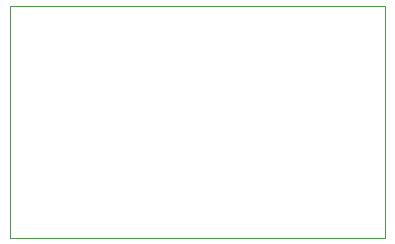
<source format=gm1>
G04 #@! TF.FileFunction,Profile,NP*
%FSLAX46Y46*%
G04 Gerber Fmt 4.6, Leading zero omitted, Abs format (unit mm)*
G04 Created by KiCad (PCBNEW 4.0.6) date 06/26/18 11:36:21*
%MOMM*%
%LPD*%
G01*
G04 APERTURE LIST*
%ADD10C,0.150000*%
%ADD11C,0.100000*%
G04 APERTURE END LIST*
D10*
D11*
X265900000Y-125510000D02*
X265900000Y-145090000D01*
X297680000Y-125510000D02*
X265900000Y-125510000D01*
X297680000Y-145090000D02*
X297680000Y-125500000D01*
X265890000Y-145090000D02*
X297680000Y-145090000D01*
M02*

</source>
